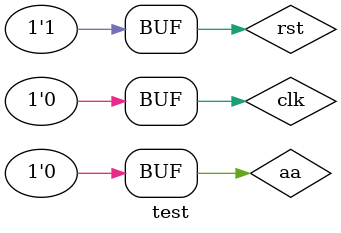
<source format=v>
/*
* finite state machine----FSM
* testbench file for Detector110.v
* 有限状态机的实例
* 2012/05/22
* Iverilog + GTKWave in windows XP sp3
* */

`timescale 1ns/100ps

module test;
reg aa, clk, rst;
wire ww;
Detector110 UUT(aa, clk, rst, ww);

initial
begin
	aa = 0;
	clk = 0;
	rst = 1;
end

initial
	repeat (44) #7 clk = ~clk;

initial
	repeat (15) #23 aa = ~aa;

initial
begin
	#31 rst = 1;
	#23 rst = 0;
end

always @ (ww)
	if(ww == 1)
		$display("A 1 was detector on w at time = %t,",$time);

	initial
	begin            
	$dumpfile("test.vcd");
	$dumpvars;
end
endmodule

</source>
